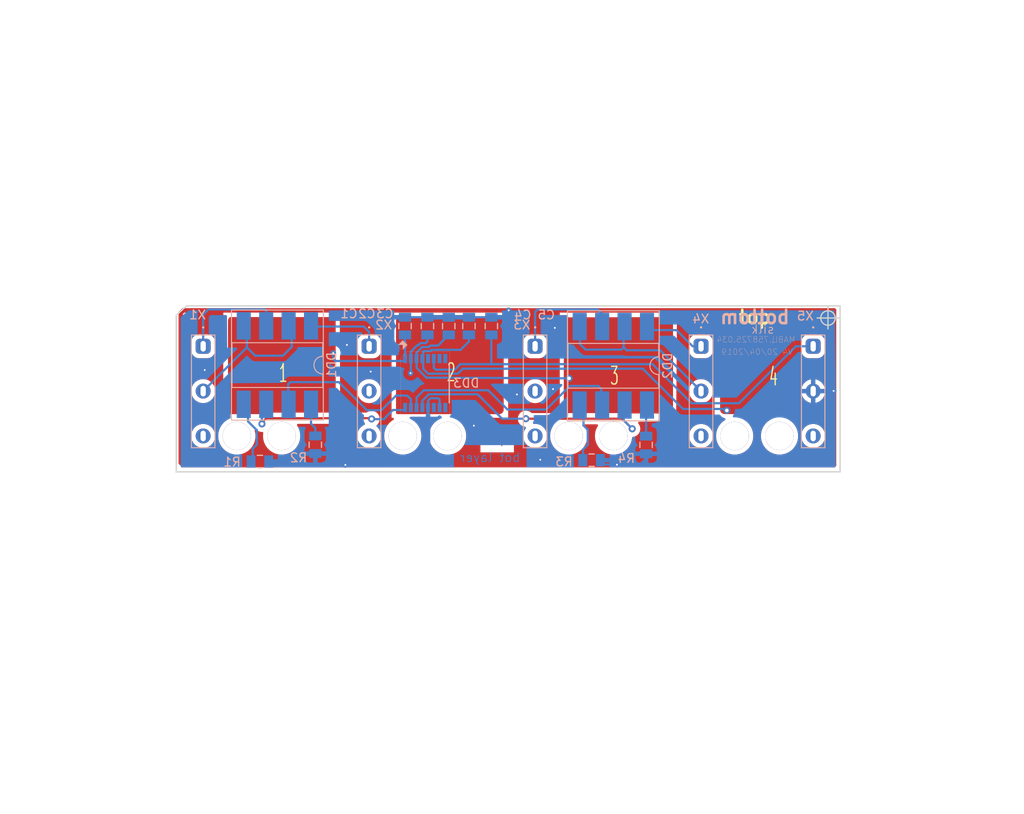
<source format=kicad_pcb>
(kicad_pcb (version 20200628) (host pcbnew "(5.99.0-2385-g7067e42da)")
  (title_block (title "Узел сенсорный") (date "datye") (rev "rев") (company "лотес-тм") (comment 1 "MАВЦ.467291.014") (comment 2 "Михайлов") (comment 3 "Кулешов") (comment 4 "Крысин"))
  (layers (0 "F.Cu" signal) (1 "In1.Cu" signal) (2 "In2.Cu" signal) (3 "In3.Cu" signal) (4 "In4.Cu" signal) (5 "In5.Cu" signal) (6 "In6.Cu" signal) (7 "In7.Cu" signal) (8 "In8.Cu" signal) (9 "In9.Cu" signal) (10 "In10.Cu" signal) (11 "In11.Cu" signal) (12 "In12.Cu" signal) (13 "In13.Cu" signal) (14 "In14.Cu" signal) (15 "In15.Cu" signal) (16 "In16.Cu" signal) (17 "In17.Cu" signal) (18 "In18.Cu" signal) (19 "In19.Cu" signal) (20 "In20.Cu" signal) (21 "In21.Cu" signal) (22 "In22.Cu" signal) (23 "In23.Cu" signal) (24 "In24.Cu" signal) (25 "In25.Cu" signal) (26 "In26.Cu" signal) (27 "In27.Cu" signal) (28 "In28.Cu" signal) (29 "In29.Cu" signal) (30 "In30.Cu" signal) (31 "B.Cu" signal) (34 "B.Paste" user) (35 "F.Paste" user) (36 "B.SilkS" user) (37 "F.SilkS" user) (38 "B.Mask" user) (39 "F.Mask" user) (44 "Edge.Cuts" user))
  (net 0 "")
  (net 1 "Net-(C2-Pad2)")
  (net 2 "Net-(C4-Pad2)")
  (net 3 "Net-(C3-Pad2)")
  (net 4 "Net-(C1-Pad2)")
  (net 5 "Earth")
  (net 6 "+5V")
  (net 7 "Net-(DD1-Pad1)")
  (net 8 "Net-(DD1-Pad5)")
  (net 9 "Net-(DD1-Pad2)")
  (net 10 "Net-(DD1-Pad6)")
  (net 11 "Net-(DD1-Pad3)")
  (net 12 "Net-(DD1-Pad4)")
  (net 13 "Net-(DD1-Pad8)")
  (net 14 "Net-(DD2-Pad8)")
  (net 15 "Net-(DD2-Pad4)")
  (net 16 "Net-(DD2-Pad3)")
  (net 17 "Net-(DD2-Pad6)")
  (net 18 "Net-(DD2-Pad2)")
  (net 19 "Net-(DD2-Pad1)")
  (module "467291014:button_sensor_18mm" (layer "B.Cu") (at 111.252 60.452 180)
    (fp_text reference "X2" (at -1.651 2.413 180) (layer "B.SilkS") (effects (justify mirror)))
    (fp_text value "snp346-5RP21-1_3cont-[LTM][Connectors][СНП346][5]")
    (fp_line (start -1.33 -11.49) (end 1.33 -11.49) (layer "B.SilkS") (width 0.12))
    (fp_line (start -1.33 1.27) (end -1.33 -11.49) (layer "B.SilkS") (width 0.12))
    (fp_line (start 1.33 1.27) (end 1.33 -11.49) (layer "B.SilkS") (width 0.12))
    (fp_line (start -1.33 1.27) (end 1.27 1.27) (layer "B.SilkS") (width 0.12))
    (fp_text user "." (at 0 2.54) (layer "F.SilkS"))
    (fp_text user "." (at 0 2.54) (layer "B.SilkS") (effects (justify mirror)))
    (pad "1" thru_hole roundrect (at 0 0 180) (size 1.7 1.7) (drill oval 0.6 1.2) (layers *.Cu *.Mask) (net 13 "Net-(DD1-Pad8)"))
    (pad "3" thru_hole oval (at 0 -5.08 180) (size 1.7 1.7) (drill oval 0.6 1.2) (layers *.Cu *.Mask) (net 8 "Net-(DD1-Pad5)"))
    (pad "5" thru_hole oval (at 0 -10.16 180) (size 1.7 1.7) (drill oval 0.6 1.2) (layers *.Cu *.Mask))
    (pad "2" thru_hole circle (at -8.89 -10.16 180) (size 3.200001 3.200001) (drill 3.200001) (layers *.Mask "B.Cu"))
    (pad "4" thru_hole circle (at -3.81 -10.16 180) (size 3.2 3.2) (drill 3.2) (layers *.Mask "B.Cu"))
  )
  (module "467291014:button_1x3_P5mm_Vert_longHoles" (layer "B.Cu") (at 161.544 60.452 180)
    (fp_text reference "X5" (at 0.889 3.429) (layer "B.SilkS") (effects (justify mirror)))
    (fp_text value "snp346-5RP21-1_3cont-[LTM][Connectors][СНП346][5]")
    (fp_line (start -1.33 -11.49) (end 1.33 -11.49) (layer "B.SilkS") (width 0.12))
    (fp_line (start -1.33 -1.27) (end -1.33 -11.49) (layer "B.SilkS") (width 0.12))
    (fp_line (start 1.33 -1.27) (end 1.33 -11.49) (layer "B.SilkS") (width 0.12))
    (fp_line (start -1.33 -1.27) (end -1.33 1.27) (layer "B.SilkS") (width 0.12))
    (fp_line (start -1.33 1.27) (end 1.27 1.27) (layer "B.SilkS") (width 0.12))
    (fp_line (start 1.33 1.27) (end 1.33 -1.27) (layer "B.SilkS") (width 0.12))
    (fp_text user "." (at 0 2.54) (layer "F.SilkS"))
    (fp_text user "." (at 0 2.54) (layer "B.SilkS") (effects (justify mirror)))
    (pad "1" thru_hole roundrect (at 0 0 180) (size 1.7 1.7) (drill oval 0.6 1.2) (layers *.Cu *.Mask) (net 6 "+5V"))
    (pad "3" thru_hole oval (at 0 -5.08 180) (size 1.7 1.7) (drill oval 0.6 1.2) (layers *.Cu *.Mask) (net 5 "Earth"))
    (pad "5" thru_hole oval (at 0 -10.16 180) (size 1.7 1.7) (drill oval 0.6 1.2) (layers *.Cu *.Mask))
  )
  (module "467291014:button_sensor_18mm" (layer "B.Cu") (at 92.456 60.452 180)
    (fp_text reference "X1" (at 0.635 3.556) (layer "B.SilkS") (effects (justify mirror)))
    (fp_text value "snp346-5RP21-1_3cont-[LTM][Connectors][СНП346][5]")
    (fp_line (start -1.33 -11.49) (end 1.33 -11.49) (layer "B.SilkS") (width 0.12))
    (fp_line (start -1.33 1.27) (end -1.33 -11.49) (layer "B.SilkS") (width 0.12))
    (fp_line (start 1.33 1.27) (end 1.33 -11.49) (layer "B.SilkS") (width 0.12))
    (fp_line (start -1.33 1.27) (end 1.27 1.27) (layer "B.SilkS") (width 0.12))
    (fp_text user "." (at 0 2.54) (layer "B.SilkS") (effects (justify mirror)))
    (fp_text user "." (at 0 2.54) (layer "B.SilkS") (effects (justify mirror)))
    (pad "1" thru_hole roundrect (at 0 0 180) (size 1.7 1.7) (drill oval 0.6 1.2) (layers *.Cu *.Mask) (net 10 "Net-(DD1-Pad6)"))
    (pad "3" thru_hole oval (at 0 -5.08 180) (size 1.7 1.7) (drill oval 0.6 1.2) (layers *.Cu *.Mask) (net 8 "Net-(DD1-Pad5)"))
    (pad "5" thru_hole oval (at 0 -10.16 180) (size 1.7 1.7) (drill oval 0.6 1.2) (layers *.Cu *.Mask))
    (pad "2" thru_hole circle (at -8.89 -10.16 180) (size 3.2 3.2) (drill 3.2) (layers *.Mask "B.Cu"))
    (pad "4" thru_hole circle (at -3.81 -10.16 180) (size 3.2 3.2) (drill 3.2) (layers *.Mask "B.Cu"))
  )
  (module "467291014:button_sensor_18mm" (layer "B.Cu") (at 130.048 60.452 180)
    (fp_text reference "X3" (at 1.4986 2.413 180) (layer "B.SilkS") (effects (justify mirror)))
    (fp_text value "snp346-5RP21-1_3cont-[LTM][Connectors][СНП346][5]")
    (fp_line (start -1.33 -11.49) (end 1.33 -11.49) (layer "B.SilkS") (width 0.12))
    (fp_line (start -1.33 1.27) (end -1.33 -11.49) (layer "B.SilkS") (width 0.12))
    (fp_line (start 1.33 1.27) (end 1.33 -11.49) (layer "B.SilkS") (width 0.12))
    (fp_line (start -1.33 1.27) (end 1.27 1.27) (layer "B.SilkS") (width 0.12))
    (fp_text user "." (at 0 2.54) (layer "F.SilkS"))
    (fp_text user "." (at 0 2.54) (layer "B.SilkS") (effects (justify mirror)))
    (pad "1" thru_hole roundrect (at 0 0 180) (size 1.7 1.7) (drill oval 0.6 1.2) (layers *.Cu *.Mask) (net 17 "Net-(DD2-Pad6)"))
    (pad "3" thru_hole oval (at 0 -5.08 180) (size 1.7 1.7) (drill oval 0.6 1.2) (layers *.Cu *.Mask) (net 8 "Net-(DD1-Pad5)"))
    (pad "5" thru_hole oval (at 0 -10.16 180) (size 1.7 1.7) (drill oval 0.6 1.2) (layers *.Cu *.Mask))
    (pad "2" thru_hole circle (at -8.89 -10.16 180) (size 3.2 3.2) (drill 3.2) (layers *.Mask "B.Cu"))
    (pad "4" thru_hole circle (at -3.81 -10.16 180) (size 3.2 3.2) (drill 3.2) (layers *.Mask "B.Cu"))
  )
  (module "467291014:button_sensor_18mm" (layer "B.Cu") (at 148.844 60.452 180)
    (fp_text reference "X4" (at 0.0254 3.0988 180) (layer "B.SilkS") (effects (justify mirror)))
    (fp_text value "snp346-5RP21-1_3cont-[LTM][Connectors][СНП346][5]")
    (fp_line (start -1.33 -11.49) (end 1.33 -11.49) (layer "B.SilkS") (width 0.12))
    (fp_line (start -1.33 1.27) (end -1.33 -11.49) (layer "B.SilkS") (width 0.12))
    (fp_line (start 1.33 1.27) (end 1.33 -11.49) (layer "B.SilkS") (width 0.12))
    (fp_line (start -1.33 1.27) (end 1.27 1.27) (layer "B.SilkS") (width 0.12))
    (fp_text user "." (at 0 2.54) (layer "F.SilkS"))
    (fp_text user "." (at 0 2.54) (layer "B.SilkS") (effects (justify mirror)))
    (pad "1" thru_hole roundrect (at 0 0 180) (size 1.7 1.7) (drill oval 0.6 1.2) (layers *.Cu *.Mask) (net 14 "Net-(DD2-Pad8)"))
    (pad "3" thru_hole oval (at 0 -5.08 180) (size 1.7 1.7) (drill oval 0.6 1.2) (layers *.Cu *.Mask) (net 8 "Net-(DD1-Pad5)"))
    (pad "5" thru_hole oval (at 0 -10.16 180) (size 1.7 1.7) (drill oval 0.6 1.2) (layers *.Cu *.Mask))
    (pad "2" thru_hole circle (at -8.89 -10.16 180) (size 3.2 3.2) (drill 3.2) (layers *.Mask "B.Cu"))
    (pad "4" thru_hole circle (at -3.81 -10.16 180) (size 3.2 3.2) (drill 3.2) (layers *.Mask "B.Cu"))
  )
  (module "467291014:[LTM][C][0805][2012M]" (layer "B.Cu") (at 115.316 58.166 -90)
    (fp_text reference "C1" (at -1.397 6.35) (layer "B.SilkS") (effects (justify mirror)))
    (fp_text value "K10-69v-MP0-50V-2012M-30pF-10%-[LTM][Capacitors][К10-69в][0805][2012M][5]" hide)
    (fp_line (start 0.3 0.7) (end -0.3 0.7) (layer "B.SilkS") (width 0.15))
    (fp_line (start -0.3 -0.7) (end 0.3 -0.7) (layer "B.SilkS") (width 0.15))
    (pad "2" smd rect (at 1 0 270) (size 1 1.4) (layers "B.Cu" "B.Paste" "B.Mask") (net 4 "Net-(C1-Pad2)"))
    (pad "1" smd rect (at -1 0 270) (size 1 1.4) (layers "B.Cu" "B.Paste" "B.Mask") (net 5 "Earth"))
  )
  (module "467291014:[LTM][C][0805][2012M]" (layer "B.Cu") (at 117.856 58.166 -90)
    (fp_text reference "C2" (at -1.397 6.858) (layer "B.SilkS") (effects (justify mirror)))
    (fp_text value "K10-69v-MP0-50V-2012M-30pF-10%-[LTM][Capacitors][К10-69в][0805][2012M][5]" hide)
    (fp_line (start -0.3 -0.7) (end 0.3 -0.7) (layer "B.SilkS") (width 0.15))
    (fp_line (start 0.3 0.7) (end -0.3 0.7) (layer "B.SilkS") (width 0.15))
    (pad "1" smd rect (at -1 0 270) (size 1 1.4) (layers "B.Cu" "B.Paste" "B.Mask") (net 5 "Earth"))
    (pad "2" smd rect (at 1 0 270) (size 1 1.4) (layers "B.Cu" "B.Paste" "B.Mask") (net 1 "Net-(C2-Pad2)"))
  )
  (module "467291014:[LTM][C][0805][2012M]" (layer "B.Cu") (at 120.269 58.166 -90)
    (fp_text reference "C3" (at -1.397 7.239) (layer "B.SilkS") (effects (justify mirror)))
    (fp_text value "K10-69v-MP0-50V-2012M-30pF-10%-[LTM][Capacitors][К10-69в][0805][2012M][5]" hide)
    (fp_line (start 0.3 0.7) (end -0.3 0.7) (layer "B.SilkS") (width 0.15))
    (fp_line (start -0.3 -0.7) (end 0.3 -0.7) (layer "B.SilkS") (width 0.15))
    (pad "2" smd rect (at 1 0 270) (size 1 1.4) (layers "B.Cu" "B.Paste" "B.Mask") (net 3 "Net-(C3-Pad2)"))
    (pad "1" smd rect (at -1 0 270) (size 1 1.4) (layers "B.Cu" "B.Paste" "B.Mask") (net 5 "Earth"))
  )
  (module "467291014:[LTM][C][0805][2012M]" (layer "B.Cu") (at 122.555 58.166 -90)
    (fp_text reference "C4" (at -1.27 -6.096) (layer "B.SilkS") (effects (justify mirror)))
    (fp_text value "K10-69v-MP0-50V-2012M-30pF-10%-[LTM][Capacitors][К10-69в][0805][2012M][5]" hide)
    (fp_line (start -0.3 -0.7) (end 0.3 -0.7) (layer "B.SilkS") (width 0.15))
    (fp_line (start 0.3 0.7) (end -0.3 0.7) (layer "B.SilkS") (width 0.15))
    (pad "1" smd rect (at -1 0 270) (size 1 1.4) (layers "B.Cu" "B.Paste" "B.Mask") (net 5 "Earth"))
    (pad "2" smd rect (at 1 0 270) (size 1 1.4) (layers "B.Cu" "B.Paste" "B.Mask") (net 2 "Net-(C4-Pad2)"))
  )
  (module "467291014:[LTM][C][0805][2012M]" (layer "B.Cu") (at 125.095 58.166 -90)
    (fp_text reference "C5" (at -1.27 -6.223) (layer "B.SilkS") (effects (justify mirror)))
    (fp_text value "K10-69v-N90-25V-2012M-0,1uF+80-20%-[LTM][Capacitors][К10-69в][0805][2012M][5]" hide)
    (fp_line (start -0.3 -0.7) (end 0.3 -0.7) (layer "B.SilkS") (width 0.15))
    (fp_line (start 0.3 0.7) (end -0.3 0.7) (layer "B.SilkS") (width 0.15))
    (pad "1" smd rect (at -1 0 270) (size 1 1.4) (layers "B.Cu" "B.Paste" "B.Mask") (net 5 "Earth"))
    (pad "2" smd rect (at 1 0 270) (size 1 1.4) (layers "B.Cu" "B.Paste" "B.Mask") (net 6 "+5V"))
  )
  (module "467291014:DIP-8_W8.89mm_SMDSocket_LongPads" (layer "B.Cu") (at 100.8634 62.5856 90)
    (fp_text reference "DD1" (at 0 6.14 270) (layer "B.SilkS") (effects (justify mirror)))
    (fp_text value "kR293KP3AT-Isolator")
    (fp_line (start -1 5.14) (end -2.535 5.14) (layer "B.SilkS") (width 0.12))
    (fp_line (start -2.535 5.14) (end -2.535 -5.14) (layer "B.SilkS") (width 0.12))
    (fp_line (start -2.535 -5.14) (end 2.535 -5.14) (layer "B.SilkS") (width 0.12))
    (fp_line (start 2.535 -5.14) (end 2.535 5.14) (layer "B.SilkS") (width 0.12))
    (fp_line (start 2.535 5.14) (end 1 5.14) (layer "B.SilkS") (width 0.12))
    (fp_line (start -6.235 5.2) (end -6.235 -5.2) (layer "B.SilkS") (width 0.12))
    (fp_line (start -6.235 -5.2) (end 6.235 -5.2) (layer "B.SilkS") (width 0.12))
    (fp_line (start 6.235 -5.2) (end 6.235 5.2) (layer "B.SilkS") (width 0.12))
    (fp_line (start 6.235 5.2) (end -6.235 5.2) (layer "B.SilkS") (width 0.12))
    (fp_arc (start 0 5.14) (end -1 5.14) (angle 180) (layer "B.SilkS") (width 0.12))
    (pad "1" smd rect (at -4.445 3.81 90) (size 3.1 1.6) (layers "B.Cu" "B.Paste" "B.Mask") (net 7 "Net-(DD1-Pad1)"))
    (pad "5" smd rect (at 4.445 -3.81 90) (size 3.1 1.6) (layers "B.Cu" "B.Paste" "B.Mask") (net 8 "Net-(DD1-Pad5)"))
    (pad "2" smd rect (at -4.445 1.27 90) (size 3.1 1.6) (layers "B.Cu" "B.Paste" "B.Mask") (net 9 "Net-(DD1-Pad2)"))
    (pad "6" smd rect (at 4.445 -1.27 90) (size 3.1 1.6) (layers "B.Cu" "B.Paste" "B.Mask") (net 10 "Net-(DD1-Pad6)"))
    (pad "3" smd rect (at -4.445 -1.27 90) (size 3.1 1.6) (layers "B.Cu" "B.Paste" "B.Mask") (net 11 "Net-(DD1-Pad3)"))
    (pad "7" smd rect (at 4.445 1.27 90) (size 3.1 1.6) (layers "B.Cu" "B.Paste" "B.Mask") (net 8 "Net-(DD1-Pad5)"))
    (pad "4" smd rect (at -4.445 -3.81 90) (size 3.1 1.6) (layers "B.Cu" "B.Paste" "B.Mask") (net 12 "Net-(DD1-Pad4)"))
    (pad "8" smd rect (at 4.445 3.81 90) (size 3.1 1.6) (layers "B.Cu" "B.Paste" "B.Mask") (net 13 "Net-(DD1-Pad8)"))
  )
  (module "467291014:DIP-8_W8.89mm_SMDSocket_LongPads" (layer "B.Cu") (at 138.9126 62.6618 90)
    (fp_text reference "DD2" (at 0 6.14 270) (layer "B.SilkS") (effects (justify mirror)))
    (fp_text value "kR293KP3AT-Isolator")
    (fp_line (start 6.235 5.2) (end -6.235 5.2) (layer "B.SilkS") (width 0.12))
    (fp_line (start 6.235 -5.2) (end 6.235 5.2) (layer "B.SilkS") (width 0.12))
    (fp_line (start -6.235 -5.2) (end 6.235 -5.2) (layer "B.SilkS") (width 0.12))
    (fp_line (start -6.235 5.2) (end -6.235 -5.2) (layer "B.SilkS") (width 0.12))
    (fp_line (start 2.535 5.14) (end 1 5.14) (layer "B.SilkS") (width 0.12))
    (fp_line (start 2.535 -5.14) (end 2.535 5.14) (layer "B.SilkS") (width 0.12))
    (fp_line (start -2.535 -5.14) (end 2.535 -5.14) (layer "B.SilkS") (width 0.12))
    (fp_line (start -2.535 5.14) (end -2.535 -5.14) (layer "B.SilkS") (width 0.12))
    (fp_line (start -1 5.14) (end -2.535 5.14) (layer "B.SilkS") (width 0.12))
    (fp_arc (start 0 5.14) (end -1 5.14) (angle 180) (layer "B.SilkS") (width 0.12))
    (pad "8" smd rect (at 4.445 3.81 90) (size 3.1 1.6) (layers "B.Cu" "B.Paste" "B.Mask") (net 14 "Net-(DD2-Pad8)"))
    (pad "4" smd rect (at -4.445 -3.81 90) (size 3.1 1.6) (layers "B.Cu" "B.Paste" "B.Mask") (net 15 "Net-(DD2-Pad4)"))
    (pad "7" smd rect (at 4.445 1.27 90) (size 3.1 1.6) (layers "B.Cu" "B.Paste" "B.Mask") (net 8 "Net-(DD1-Pad5)"))
    (pad "3" smd rect (at -4.445 -1.27 90) (size 3.1 1.6) (layers "B.Cu" "B.Paste" "B.Mask") (net 16 "Net-(DD2-Pad3)"))
    (pad "6" smd rect (at 4.445 -1.27 90) (size 3.1 1.6) (layers "B.Cu" "B.Paste" "B.Mask") (net 17 "Net-(DD2-Pad6)"))
    (pad "2" smd rect (at -4.445 1.27 90) (size 3.1 1.6) (layers "B.Cu" "B.Paste" "B.Mask") (net 18 "Net-(DD2-Pad2)"))
    (pad "5" smd rect (at 4.445 -3.81 90) (size 3.1 1.6) (layers "B.Cu" "B.Paste" "B.Mask") (net 8 "Net-(DD1-Pad5)"))
    (pad "1" smd rect (at -4.445 3.81 90) (size 3.1 1.6) (layers "B.Cu" "B.Paste" "B.Mask") (net 19 "Net-(DD2-Pad1)"))
  )
  (module "467291014:HTSSOP-16-1EP_4x5mm" (layer "B.Cu") (at 117.602 64.6176 -90)
    (fp_text reference "DD3" (at 0 -4.6482 180) (layer "B.SilkS") (effects (justify mirror)))
    (fp_text value "kikadtest1-cache_TP224_Sensor-kikadtest1-cache")
    (fp_poly (pts (xy -3.81 2.54) (xy -4.318 2.54) (xy -4.318 3.048) (xy -4.826 2.54) (xy -4.318 2.032)) (layer "B.SilkS") (width 0.014))
    (fp_circle (center -4.318 2.54) (end -3.81 2.54) (layer "B.SilkS") (width 0.014))
    (fp_line (start -2.25 -2.725) (end 2.25 -2.725) (layer "B.SilkS") (width 0.15))
    (fp_line (start 2.286 2.794) (end 3.556 2.794) (layer "B.SilkS") (width 0.014))
    (fp_line (start 3.556 2.794) (end 3.556 -2.794) (layer "B.SilkS") (width 0.014))
    (fp_line (start 3.556 -2.794) (end -3.556 -2.794) (layer "B.SilkS") (width 0.014))
    (fp_line (start -3.556 -2.794) (end -3.556 2.032) (layer "B.SilkS") (width 0.014))
    (fp_line (start -3.556 2.032) (end -2.794 2.794) (layer "B.SilkS") (width 0.014))
    (fp_line (start -2.794 2.794) (end 2.286 2.794) (layer "B.SilkS") (width 0.014))
    (pad "16" smd rect (at 2.775 2.275 270) (size 1.05 0.45) (layers "B.Cu" "B.Paste" "B.Mask") (net 11 "Net-(DD1-Pad3)"))
    (pad "15" smd rect (at 2.775 1.625 270) (size 1.05 0.45) (layers "B.Cu" "B.Paste" "B.Mask") (net 9 "Net-(DD1-Pad2)"))
    (pad "14" smd rect (at 2.775 0.975 270) (size 1.05 0.45) (layers "B.Cu" "B.Paste" "B.Mask") (net 16 "Net-(DD2-Pad3)"))
    (pad "13" smd rect (at 2.775 0.325 270) (size 1.05 0.45) (layers "B.Cu" "B.Paste" "B.Mask") (net 18 "Net-(DD2-Pad2)"))
    (pad "12" smd rect (at 2.775 -0.325 270) (size 1.05 0.45) (layers "B.Cu" "B.Paste" "B.Mask") (net 5 "Earth"))
    (pad "11" smd rect (at 2.775 -0.975 270) (size 1.05 0.45) (layers "B.Cu" "B.Paste" "B.Mask"))
    (pad "10" smd rect (at 2.775 -1.625 270) (size 1.05 0.45) (layers "B.Cu" "B.Paste" "B.Mask") (net 5 "Earth"))
    (pad "9" smd rect (at 2.775 -2.275 270) (size 1.05 0.45) (layers "B.Cu" "B.Paste" "B.Mask"))
    (pad "8" smd rect (at -2.775 -2.275 270) (size 1.05 0.45) (layers "B.Cu" "B.Paste" "B.Mask"))
    (pad "7" smd rect (at -2.775 -1.625 270) (size 1.05 0.45) (layers "B.Cu" "B.Paste" "B.Mask"))
    (pad "6" smd rect (at -2.775 -0.975 270) (size 1.05 0.45) (layers "B.Cu" "B.Paste" "B.Mask") (net 6 "+5V"))
    (pad "5" smd rect (at -2.775 -0.325 270) (size 1.05 0.45) (layers "B.Cu" "B.Paste" "B.Mask"))
    (pad "4" smd rect (at -2.775 0.325 270) (size 1.05 0.45) (layers "B.Cu" "B.Paste" "B.Mask") (net 2 "Net-(C4-Pad2)"))
    (pad "3" smd rect (at -2.775 0.975 270) (size 1.05 0.45) (layers "B.Cu" "B.Paste" "B.Mask") (net 3 "Net-(C3-Pad2)"))
    (pad "2" smd rect (at -2.775 1.625 270) (size 1.05 0.45) (layers "B.Cu" "B.Paste" "B.Mask") (net 1 "Net-(C2-Pad2)"))
    (pad "1" smd rect (at -2.775 2.275 270) (size 1.05 0.45) (layers "B.Cu" "B.Paste" "B.Mask") (net 4 "Net-(C1-Pad2)"))
  )
  (module "467291014:[LTM][R][0805][2012M]" (layer "B.Cu") (at 98.8822 73.5076 180)
    (fp_text reference "R1" (at 3.1496 -0.0508) (layer "B.SilkS") (effects (justify mirror)))
    (fp_text value "R1-12-0,125-820Ohm-5%-M-[LTM][Resistors][R112][0805][2012M][5]" hide)
    (fp_line (start -0.3 0.7) (end 0.3 0.7) (layer "B.SilkS") (width 0.15))
    (fp_line (start 0.3 -0.7) (end -0.3 -0.7) (layer "B.SilkS") (width 0.15))
    (pad "1" smd rect (at -1 0 180) (size 1 1.4) (layers "B.Cu" "B.Paste" "B.Mask") (net 5 "Earth"))
    (pad "2" smd rect (at 1 0 180) (size 1 1.4) (layers "B.Cu" "B.Paste" "B.Mask") (net 12 "Net-(DD1-Pad4)"))
  )
  (module "467291014:[LTM][R][0805][2012M]" (layer "B.Cu") (at 105.156 71.6026 90)
    (fp_text reference "R2" (at -1.4732 -1.905 180) (layer "B.SilkS") (effects (justify mirror)))
    (fp_text value "R1-12-0,125-820Ohm-5%-M-[LTM][Resistors][R112][0805][2012M][5]" hide)
    (fp_line (start 0.3 -0.7) (end -0.3 -0.7) (layer "B.SilkS") (width 0.15))
    (fp_line (start -0.3 0.7) (end 0.3 0.7) (layer "B.SilkS") (width 0.15))
    (pad "2" smd rect (at 1 0 90) (size 1 1.4) (layers "B.Cu" "B.Paste" "B.Mask") (net 7 "Net-(DD1-Pad1)"))
    (pad "1" smd rect (at -1 0 90) (size 1 1.4) (layers "B.Cu" "B.Paste" "B.Mask") (net 5 "Earth"))
  )
  (module "467291014:[LTM][R][0805][2012M]" (layer "B.Cu") (at 136.4488 73.3552 180)
    (fp_text reference "R3" (at 3.1242 -0.1778) (layer "B.SilkS") (effects (justify mirror)))
    (fp_text value "R1-12-0,125-820Ohm-5%-M-[LTM][Resistors][R112][0805][2012M][5]" hide)
    (fp_line (start -0.3 0.7) (end 0.3 0.7) (layer "B.SilkS") (width 0.15))
    (fp_line (start 0.3 -0.7) (end -0.3 -0.7) (layer "B.SilkS") (width 0.15))
    (pad "1" smd rect (at -1 0 180) (size 1 1.4) (layers "B.Cu" "B.Paste" "B.Mask") (net 5 "Earth"))
    (pad "2" smd rect (at 1 0 180) (size 1 1.4) (layers "B.Cu" "B.Paste" "B.Mask") (net 15 "Net-(DD2-Pad4)"))
  )
  (module "467291014:[LTM][R][0805][2012M]" (layer "B.Cu") (at 142.621 71.628 90)
    (fp_text reference "R4" (at -1.524 -2.2352) (layer "B.SilkS") (effects (justify mirror)))
    (fp_text value "R1-12-0,125-820Ohm-5%-M-[LTM][Resistors][R112][0805][2012M][5]" hide)
    (fp_line (start 0.3 -0.7) (end -0.3 -0.7) (layer "B.SilkS") (width 0.15))
    (fp_line (start -0.3 0.7) (end 0.3 0.7) (layer "B.SilkS") (width 0.15))
    (pad "2" smd rect (at 1 0 90) (size 1 1.4) (layers "B.Cu" "B.Paste" "B.Mask") (net 19 "Net-(DD2-Pad1)"))
    (pad "1" smd rect (at -1 0 90) (size 1 1.4) (layers "B.Cu" "B.Paste" "B.Mask") (net 5 "Earth"))
  )
  (gr_text "4" (at 157.0482 63.9064) (layer "F.SilkS") (effects (font (size 2 1))))
  (gr_text "3" (at 139.0396 63.8048) (layer "F.SilkS") (effects (font (size 2 1))))
  (gr_text "2" (at 120.5484 63.4238) (layer "F.SilkS") (effects (font (size 2 1))))
  (gr_text "1" (at 101.5238 63.5) (layer "F.SilkS") (effects (font (size 2 1))))
  (target plus (at 163.2204 57.2516) (size 2.46) (width 0.15) (layer "Edge.Cuts"))
  (gr_line (start 90.5764 55.88) (end 89.408 56.9468) (layer "Edge.Cuts") (width 0.15))
  (gr_text "silk" (at 155.829 58.5216) (layer "B.SilkS") (effects (font (size 1 1) (thickness 0.1)) (justify mirror)))
  (gr_text "bot layer" (at 124.968 73.0504) (layer "B.Cu") (effects (font (size 1 1) (thickness 0.1)) (justify mirror)))
  (gr_text "top" (at 125.7554 70.9422) (layer "F.Cu") (effects (font (size 1 1) (thickness 0.1))))
  (gr_text "top" (at 154.94 57.15) (layer "F.SilkS") (effects (font (size 1.5 1.5) (thickness 0.3))))
  (gr_text "bottom" (at 154.94 57.15) (layer "B.SilkS") (effects (font (size 1.5 1.5) (thickness 0.3)) (justify mirror)))
  (gr_text " V4 20/04/2019" (at 155.448 61.087) (layer "B.SilkS") (effects (font (size 0.658 0.658) (thickness 0.03)) (justify mirror)))
  (gr_text "МАВЦ.758725.034" (at 155.067 59.69) (layer "B.SilkS") (effects (font (size 0.658 0.658) (thickness 0.03)) (justify mirror)))
  (gr_line (start 89.408 56.9468) (end 89.408 74.7268) (layer "Edge.Cuts") (width 0.15))
  (gr_line (start 164.592 74.676) (end 89.408 74.676) (layer "Edge.Cuts") (width 0.15))
  (gr_line (start 164.592 55.88) (end 164.592 74.676) (layer "Edge.Cuts") (width 0.15))
  (gr_line (start 90.5764 55.88) (end 164.592 55.88) (layer "Edge.Cuts") (width 0.15))
  (via (at 115.951 63.5) (size 0.635) (drill 0.2032) (layers "F.Cu" "B.Cu") (net 1))
  (segment (start 117.856 59.166) (end 117.656 59.166) (width 0.25) (layer "B.Cu") (net 1))
  (segment (start 115.977 63.474) (end 115.951 63.5) (width 0.25) (layer "B.Cu") (net 1))
  (segment (start 115.977 62.122) (end 115.977 63.474) (width 0.25) (layer "B.Cu") (net 1))
  (segment (start 117.856 59.8932) (end 117.856 59.166) (width 0.25) (layer "B.Cu") (net 1))
  (segment (start 117.656622 60.092577) (end 117.856 59.8932) (width 0.25) (layer "B.Cu") (net 1))
  (segment (start 117.069199 60.092577) (end 117.656622 60.092577) (width 0.25) (layer "B.Cu") (net 1))
  (segment (start 115.977 61.8426) (end 115.977 61.061) (width 0.25) (layer "B.Cu") (net 1))
  (segment (start 115.977 61.061) (end 116.6876 60.3504) (width 0.25) (layer "B.Cu") (net 1))
  (segment (start 116.6876 60.3504) (end 116.811376 60.3504) (width 0.25) (layer "B.Cu") (net 1))
  (segment (start 116.811376 60.3504) (end 117.069199 60.092577) (width 0.25) (layer "B.Cu") (net 1))
  (segment (start 122.555 59.166) (end 122.355 59.166) (width 0.25) (layer "B.Cu") (net 2))
  (via (at 151.765 67.7164) (size 0.8) (drill 0.4) (layers "F.Cu" "B.Cu") (net 2))
  (segment (start 117.441999 60.992599) (end 118.207222 60.992599) (width 0.25) (layer "B.Cu") (net 2))
  (segment (start 118.207222 60.992599) (end 118.341421 60.8584) (width 0.25) (layer "B.Cu") (net 2))
  (segment (start 122.555 59.916) (end 122.555 59.166) (width 0.25) (layer "B.Cu") (net 2))
  (segment (start 117.376999 61.057599) (end 117.441999 60.992599) (width 0.25) (layer "B.Cu") (net 2))
  (segment (start 118.341421 60.8584) (end 121.6126 60.8584) (width 0.25) (layer "B.Cu") (net 2))
  (segment (start 121.6126 60.8584) (end 122.555 59.916) (width 0.25) (layer "B.Cu") (net 2))
  (segment (start 117.376999 62.996999) (end 117.376999 61.057599) (width 0.25) (layer "B.Cu") (net 2))
  (segment (start 117.937989 63.557989) (end 117.376999 62.996999) (width 0.25) (layer "B.Cu") (net 2))
  (segment (start 121.86201 62.992) (end 121.296021 63.557989) (width 0.25) (layer "B.Cu") (net 2))
  (segment (start 142.24 62.992) (end 121.86201 62.992) (width 0.25) (layer "B.Cu") (net 2))
  (segment (start 146.80041 67.55241) (end 142.24 62.992) (width 0.25) (layer "B.Cu") (net 2))
  (segment (start 151.7396 67.55241) (end 146.80041 67.55241) (width 0.25) (layer "B.Cu") (net 2))
  (segment (start 121.296021 63.557989) (end 117.937989 63.557989) (width 0.25) (layer "B.Cu") (net 2))
  (segment (start 120.269 59.166) (end 120.069 59.166) (width 0.25) (layer "B.Cu") (net 3))
  (via (at 133.9088 64.0842) (size 0.8) (drill 0.4) (layers "F.Cu" "B.Cu") (net 3))
  (segment (start 117.738 64.008) (end 133.9088 64.0842) (width 0.25) (layer "B.Cu") (net 3))
  (segment (start 116.627 62.122) (end 116.627 62.897) (width 0.25) (layer "B.Cu") (net 3))
  (segment (start 116.627 62.897) (end 117.738 64.008) (width 0.25) (layer "B.Cu") (net 3))
  (segment (start 118.020822 60.542588) (end 118.187611 60.3758) (width 0.25) (layer "B.Cu") (net 3))
  (segment (start 119.0592 60.3758) (end 120.269 59.166) (width 0.25) (layer "B.Cu") (net 3))
  (segment (start 116.627 61.8426) (end 116.627 61.171187) (width 0.25) (layer "B.Cu") (net 3))
  (segment (start 117.255599 60.542588) (end 118.020822 60.542588) (width 0.25) (layer "B.Cu") (net 3))
  (segment (start 116.627 61.171187) (end 117.255599 60.542588) (width 0.25) (layer "B.Cu") (net 3))
  (segment (start 118.187611 60.3758) (end 119.0592 60.3758) (width 0.25) (layer "B.Cu") (net 3))
  (via (at 107.188 61.214) (size 0.635) (drill 0.2032) (layers "F.Cu" "B.Cu") (net 4))
  (segment (start 115.316 62.111) (end 115.327 62.122) (width 0.25) (layer "B.Cu") (net 4))
  (segment (start 115.316 59.166) (end 115.316 62.111) (width 0.25) (layer "B.Cu") (net 4))
  (segment (start 107.188 61.887) (end 107.188 61.214) (width 0.25) (layer "B.Cu") (net 4))
  (segment (start 115.327 62.122) (end 107.423 62.122) (width 0.25) (layer "B.Cu") (net 4))
  (segment (start 107.423 62.122) (end 107.188 61.887) (width 0.25) (layer "B.Cu") (net 4))
  (via (at 127.053994 56.388) (size 0.635) (drill 0.2032) (layers "F.Cu" "B.Cu") (net 5))
  (segment (start 108.484997 56.414997) (end 108.458 56.388) (width 0.25) (layer "F.Cu") (net 5))
  (segment (start 116.266 57.166) (end 117.856 57.166) (width 0.25) (layer "B.Cu") (net 5))
  (segment (start 115.316 57.166) (end 116.266 57.166) (width 0.25) (layer "B.Cu") (net 5))
  (segment (start 117.856 57.166) (end 125.095 57.166) (width 0.25) (layer "B.Cu") (net 5))
  (segment (start 126.275994 57.166) (end 127.053994 56.388) (width 0.25) (layer "B.Cu") (net 5))
  (segment (start 125.095 57.166) (end 126.275994 57.166) (width 0.25) (layer "B.Cu") (net 5))
  (via (at 108.5596 73.8886) (size 0.635) (drill 0.2032) (layers "F.Cu" "B.Cu") (net 5))
  (segment (start 90.220172 56.388) (end 108.458 56.388) (width 0.5) (layer "F.Cu") (net 5))
  (segment (start 89.916 56.692172) (end 90.220172 56.388) (width 0.5) (layer "F.Cu") (net 5))
  (segment (start 89.916 73.6346) (end 89.916 56.692172) (width 0.5) (layer "F.Cu") (net 5))
  (segment (start 112.5982 73.8886) (end 90.17 73.8886) (width 0.5) (layer "F.Cu") (net 5))
  (segment (start 90.17 73.8886) (end 89.916 73.6346) (width 0.5) (layer "F.Cu") (net 5))
  (segment (start 112.4966 73.8632) (end 112.4712 73.8886) (width 0.25) (layer "F.Cu") (net 5))
  (via (at 139.319 73.8632) (size 0.635) (drill 0.2032) (layers "F.Cu" "B.Cu") (net 5))
  (segment (start 141.9098 73.8632) (end 143.129 72.644) (width 0.25) (layer "B.Cu") (net 5))
  (segment (start 139.4112 73.8632) (end 141.9098 73.8632) (width 0.5) (layer "B.Cu") (net 5))
  (segment (start 137.668 73.406) (end 137.6934 73.4314) (width 0.25) (layer "B.Cu") (net 5))
  (segment (start 145.12921 73.8632) (end 145.0086 73.8632) (width 0.25) (layer "F.Cu") (net 5))
  (segment (start 145.0086 73.8632) (end 112.4966 73.8632) (width 0.5) (layer "F.Cu") (net 5))
  (via (at 163.8554 65.5066) (size 0.635) (drill 0.2032) (layers "F.Cu" "B.Cu") (net 5))
  (segment (start 145.034 73.8886) (end 145.0086 73.8632) (width 0.25) (layer "F.Cu") (net 5))
  (segment (start 163.9062 73.8886) (end 145.034 73.8886) (width 0.5) (layer "F.Cu") (net 5))
  (segment (start 108.458 56.388) (end 163.9062 56.388) (width 0.5) (layer "F.Cu") (net 5))
  (segment (start 163.9062 56.388) (end 163.9062 73.8886) (width 0.5) (layer "F.Cu") (net 5))
  (segment (start 163.83 65.532) (end 163.8554 65.5066) (width 0.25) (layer "B.Cu") (net 5))
  (segment (start 161.544 65.532) (end 163.83 65.532) (width 0.25) (layer "B.Cu") (net 5))
  (segment (start 105.156 73.8378) (end 105.2068 73.8886) (width 0.25) (layer "B.Cu") (net 5))
  (segment (start 105.156 72.501) (end 105.156 73.8378) (width 0.25) (layer "B.Cu") (net 5))
  (segment (start 137.6934 73.8378) (end 139.319 73.8632) (width 0.25) (layer "B.Cu") (net 5))
  (segment (start 119.227 66.4966) (end 119.227 67.3926) (width 0.25) (layer "B.Cu") (net 5))
  (segment (start 117.927 67.3926) (end 117.927 66.60541) (width 0.25) (layer "B.Cu") (net 5))
  (segment (start 119.06801 66.33761) (end 119.227 66.4966) (width 0.25) (layer "B.Cu") (net 5))
  (segment (start 118.1948 66.33761) (end 119.06801 66.33761) (width 0.25) (layer "B.Cu") (net 5))
  (segment (start 117.927 66.60541) (end 118.1948 66.33761) (width 0.25) (layer "B.Cu") (net 5))
  (segment (start 117.927 67.3926) (end 117.927 68.1176) (width 0.25) (layer "B.Cu") (net 5))
  (segment (start 117.927 68.255) (end 117.9322 68.2498) (width 0.5) (layer "B.Cu") (net 5))
  (segment (start 117.927 68.255) (end 117.927 68.1176) (width 0.25) (layer "B.Cu") (net 5))
  (segment (start 99.7966 73.8886) (end 117.9322 73.8632) (width 0.5) (layer "B.Cu") (net 5))
  (segment (start 117.927 73.858) (end 117.927 68.255) (width 0.5) (layer "B.Cu") (net 5))
  (segment (start 117.9322 73.8632) (end 117.927 73.858) (width 0.5) (layer "B.Cu") (net 5))
  (via (at 132.2832 58.3692) (size 0.635) (drill 0.2032) (layers "F.Cu" "B.Cu") (net 5))
  (via (at 123.1138 69.4436) (size 0.635) (drill 0.2032) (layers "F.Cu" "B.Cu") (net 5))
  (via (at 130.6322 73.3044) (size 0.635) (drill 0.2032) (layers "F.Cu" "B.Cu") (net 5))
  (via (at 92.6338 63.1444) (size 0.635) (drill 0.2032) (layers "F.Cu" "B.Cu") (net 5))
  (via (at 111.4298 63.3222) (size 0.635) (drill 0.2032) (layers "F.Cu" "B.Cu") (net 5))
  (via (at 108.7374 60.2996) (size 0.635) (drill 0.2032) (layers "F.Cu" "B.Cu") (net 5))
  (via (at 127.9906 65.913) (size 0.635) (drill 0.2032) (layers "F.Cu" "B.Cu") (net 5))
  (via (at 132.08 65.3034) (size 0.635) (drill 0.2032) (layers "F.Cu" "B.Cu") (net 5))
  (segment (start 125.095 59.166) (end 124.895 59.166) (width 0.25) (layer "B.Cu") (net 6))
  (segment (start 120.953022 63.107978) (end 118.787978 63.107978) (width 0.25) (layer "B.Cu") (net 6))
  (segment (start 118.577 62.897) (end 118.577 62.122) (width 0.25) (layer "B.Cu") (net 6))
  (segment (start 118.787978 63.107978) (end 118.577 62.897) (width 0.25) (layer "B.Cu") (net 6))
  (segment (start 126.111 62.484) (end 121.577 62.484) (width 0.25) (layer "B.Cu") (net 6))
  (segment (start 121.577 62.484) (end 120.953022 63.107978) (width 0.25) (layer "B.Cu") (net 6))
  (segment (start 125.095 62.484) (end 125.095 59.166) (width 0.25) (layer "B.Cu") (net 6))
  (segment (start 126.111 62.484) (end 125.095 62.484) (width 0.25) (layer "B.Cu") (net 6))
  (segment (start 152.7302 66.9036) (end 149.1996 66.9036) (width 0.25) (layer "B.Cu") (net 6))
  (segment (start 143.3576 62.484) (end 126.111 62.484) (width 0.25) (layer "B.Cu") (net 6))
  (segment (start 149.352 66.9036) (end 147.7772 66.9036) (width 0.25) (layer "B.Cu") (net 6))
  (segment (start 147.7772 66.9036) (end 143.3576 62.484) (width 0.25) (layer "B.Cu") (net 6))
  (segment (start 153.1366 66.9036) (end 152.7556 66.9036) (width 0.25) (layer "B.Cu") (net 6))
  (segment (start 161.544 60.452) (end 159.5882 60.452) (width 0.25) (layer "B.Cu") (net 6))
  (segment (start 159.5882 60.452) (end 153.1366 66.9036) (width 0.25) (layer "B.Cu") (net 6))
  (segment (start 105.156 70.6026) (end 105.156 69.723) (width 0.25) (layer "B.Cu") (net 7))
  (segment (start 104.6734 69.2404) (end 104.6734 67.1068) (width 0.25) (layer "B.Cu") (net 7))
  (segment (start 105.156 69.723) (end 104.6734 69.2404) (width 0.25) (layer "B.Cu") (net 7))
  (segment (start 97.409 60.579) (end 97.409 58.293) (width 0.25) (layer "B.Cu") (net 8))
  (segment (start 92.456 65.532) (end 97.409 60.579) (width 0.25) (layer "B.Cu") (net 8))
  (segment (start 140.081 58.674) (end 140.462 58.293) (width 0.25) (layer "B.Cu") (net 8))
  (segment (start 140.081 60.071) (end 140.081 58.674) (width 0.25) (layer "B.Cu") (net 8))
  (segment (start 140.081 60.071) (end 140.081 60.579) (width 0.25) (layer "B.Cu") (net 8))
  (segment (start 139.827 60.833) (end 140.081 60.579) (width 0.25) (layer "B.Cu") (net 8))
  (segment (start 135.763 60.833) (end 139.827 60.833) (width 0.25) (layer "B.Cu") (net 8))
  (segment (start 135.128 60.198) (end 135.763 60.833) (width 0.25) (layer "B.Cu") (net 8))
  (segment (start 135.382 58.293) (end 135.128 58.547) (width 0.25) (layer "B.Cu") (net 8))
  (segment (start 135.128 58.547) (end 135.128 60.198) (width 0.25) (layer "B.Cu") (net 8))
  (segment (start 102.489 60.067) (end 102.489 58.547) (width 0.25) (layer "B.Cu") (net 8))
  (segment (start 102.489 60.521011) (end 102.489 60.067) (width 0.25) (layer "B.Cu") (net 8))
  (segment (start 101.491211 61.5188) (end 102.489 60.521011) (width 0.25) (layer "B.Cu") (net 8))
  (segment (start 97.409 60.579) (end 98.3488 61.5188) (width 0.25) (layer "B.Cu") (net 8))
  (segment (start 98.3488 61.5188) (end 101.491211 61.5188) (width 0.25) (layer "B.Cu") (net 8))
  (segment (start 144.214011 60.902011) (end 148.844 65.532) (width 0.25) (layer "B.Cu") (net 8))
  (segment (start 140.081 60.579) (end 140.404011 60.902011) (width 0.25) (layer "B.Cu") (net 8))
  (segment (start 140.404011 60.902011) (end 144.214011 60.902011) (width 0.25) (layer "B.Cu") (net 8))
  (segment (start 102.0826 64.7446) (end 102.3112 64.516) (width 0.25) (layer "B.Cu") (net 9))
  (segment (start 107.82441 64.516) (end 108.712 65.40359) (width 0.25) (layer "B.Cu") (net 9))
  (segment (start 112.649 67.691) (end 114.3 66.04) (width 0.25) (layer "B.Cu") (net 9))
  (segment (start 102.3112 64.516) (end 107.82441 64.516) (width 0.25) (layer "B.Cu") (net 9))
  (segment (start 110.998 67.691) (end 112.649 67.691) (width 0.25) (layer "B.Cu") (net 9))
  (segment (start 102.1334 67.1068) (end 102.0826 67.056) (width 0.25) (layer "B.Cu") (net 9))
  (segment (start 102.0826 67.056) (end 102.0826 64.7446) (width 0.25) (layer "B.Cu") (net 9))
  (segment (start 115.57 66.04) (end 115.977 66.447) (width 0.25) (layer "B.Cu") (net 9))
  (segment (start 115.977 66.447) (end 115.977 67.672) (width 0.25) (layer "B.Cu") (net 9))
  (segment (start 108.712 65.40359) (end 108.712 65.405) (width 0.25) (layer "B.Cu") (net 9))
  (segment (start 108.712 65.405) (end 110.998 67.691) (width 0.25) (layer "B.Cu") (net 9))
  (segment (start 114.3 66.04) (end 115.57 66.04) (width 0.25) (layer "B.Cu") (net 9))
  (segment (start 93.04659 56.28001) (end 92.456 56.8706) (width 0.25) (layer "B.Cu") (net 10))
  (segment (start 99.45661 56.28001) (end 93.04659 56.28001) (width 0.25) (layer "B.Cu") (net 10))
  (segment (start 99.5934 58.2168) (end 99.5934 56.4168) (width 0.25) (layer "B.Cu") (net 10))
  (segment (start 92.456 56.8706) (end 92.456 60.452) (width 0.25) (layer "B.Cu") (net 10))
  (segment (start 99.5934 56.4168) (end 99.45661 56.28001) (width 0.25) (layer "B.Cu") (net 10))
  (segment (start 113.157 68.453) (end 113.938 67.672) (width 0.25) (layer "B.Cu") (net 11))
  (segment (start 113.938 67.672) (end 115.327 67.672) (width 0.25) (layer "B.Cu") (net 11))
  (via (at 111.5314 68.6816) (size 0.8) (drill 0.4) (layers "F.Cu" "B.Cu") (net 11))
  (via (at 99.1108 69.2404) (size 0.8) (drill 0.4) (layers "F.Cu" "B.Cu") (net 11))
  (segment (start 99.1108 67.5894) (end 99.5934 67.1068) (width 0.25) (layer "B.Cu") (net 11))
  (segment (start 99.1108 69.2404) (end 99.1108 67.5894) (width 0.25) (layer "B.Cu") (net 11))
  (segment (start 112.9284 68.707) (end 113.157 68.4784) (width 0.25) (layer "B.Cu") (net 11))
  (segment (start 111.5568 68.707) (end 112.9284 68.707) (width 0.25) (layer "B.Cu") (net 11))
  (segment (start 100.3808 68.6054) (end 99.623002 68.6054) (width 0.25) (layer "F.Cu") (net 11))
  (segment (start 99.6188 68.6054) (end 99.2124 69.0118) (width 0.25) (layer "F.Cu") (net 11))
  (segment (start 111.515601 68.600001) (end 100.4062 68.6054) (width 0.25) (layer "F.Cu") (net 11))
  (segment (start 97.536 68.961) (end 97.536 67.437) (width 0.25) (layer "B.Cu") (net 12))
  (segment (start 98.5266 69.9516) (end 97.536 68.961) (width 0.25) (layer "B.Cu") (net 12))
  (segment (start 98.5266 71.6026) (end 98.5266 69.9516) (width 0.25) (layer "B.Cu") (net 12))
  (segment (start 97.9076 73.3552) (end 98.0694 73.1934) (width 0.25) (layer "B.Cu") (net 12))
  (segment (start 98.0694 72.0598) (end 98.5266 71.6026) (width 0.25) (layer "B.Cu") (net 12))
  (segment (start 98.0694 73.1934) (end 98.0694 72.0598) (width 0.25) (layer "B.Cu") (net 12))
  (segment (start 104.6734 58.2168) (end 110.6424 58.2168) (width 0.25) (layer "B.Cu") (net 13))
  (segment (start 111.252 58.8264) (end 111.252 60.452) (width 0.25) (layer "B.Cu") (net 13))
  (segment (start 110.6424 58.2168) (end 111.252 58.8264) (width 0.25) (layer "B.Cu") (net 13))
  (segment (start 147.894 60.452) (end 148.844 60.452) (width 0.25) (layer "B.Cu") (net 14))
  (segment (start 142.6718 58.6232) (end 146.0652 58.6232) (width 0.25) (layer "B.Cu") (net 14))
  (segment (start 146.0652 58.6232) (end 147.894 60.452) (width 0.25) (layer "B.Cu") (net 14))
  (segment (start 135.4742 73.3298) (end 135.4742 72.1454) (width 0.25) (layer "B.Cu") (net 15))
  (segment (start 135.4742 72.1454) (end 136.017 71.6026) (width 0.25) (layer "B.Cu") (net 15))
  (segment (start 136.017 71.6026) (end 136.017 69.9008) (width 0.25) (layer "B.Cu") (net 15))
  (segment (start 135.5344 69.4182) (end 135.513202 69.4182) (width 0.25) (layer "B.Cu") (net 15))
  (segment (start 136.017 69.9008) (end 135.5344 69.4182) (width 0.25) (layer "B.Cu") (net 15))
  (segment (start 135.5344 67.9704) (end 135.001 67.437) (width 0.25) (layer "B.Cu") (net 15))
  (segment (start 135.5344 69.4182) (end 135.5344 67.9704) (width 0.25) (layer "B.Cu") (net 15))
  (segment (start 131.318 67.6148) (end 126.9238 67.6148) (width 0.25) (layer "B.Cu") (net 16))
  (segment (start 133.985 64.9478) (end 131.318 67.6148) (width 0.25) (layer "B.Cu") (net 16))
  (segment (start 126.9238 67.6148) (end 124.746589 65.437589) (width 0.25) (layer "B.Cu") (net 16))
  (segment (start 116.627 66.253) (end 116.627 67.672) (width 0.25) (layer "B.Cu") (net 16))
  (segment (start 124.746589 65.437589) (end 117.442411 65.437589) (width 0.25) (layer "B.Cu") (net 16))
  (segment (start 137.2108 64.9478) (end 133.985 64.9478) (width 0.25) (layer "B.Cu") (net 16))
  (segment (start 137.541 65.278) (end 137.2108 64.9478) (width 0.25) (layer "B.Cu") (net 16))
  (segment (start 137.541 67.437) (end 137.541 65.278) (width 0.25) (layer "B.Cu") (net 16))
  (segment (start 117.442411 65.437589) (end 116.627 66.253) (width 0.25) (layer "B.Cu") (net 16))
  (segment (start 130.048 59.3598) (end 130.048 60.452) (width 0.25) (layer "B.Cu") (net 17))
  (segment (start 137.541 58.547) (end 137.541 56.6674) (width 0.25) (layer "B.Cu") (net 17))
  (segment (start 137.541 56.6674) (end 137.15361 56.28001) (width 0.25) (layer "B.Cu") (net 17))
  (segment (start 130.048 56.5658) (end 130.048 59.3598) (width 0.25) (layer "B.Cu") (net 17))
  (segment (start 137.15361 56.28001) (end 130.33379 56.28001) (width 0.25) (layer "B.Cu") (net 17))
  (segment (start 130.33379 56.28001) (end 130.048 56.5658) (width 0.25) (layer "B.Cu") (net 17))
  (via (at 141.0462 69.7992) (size 0.8) (drill 0.4) (layers "F.Cu" "B.Cu") (net 18))
  (via (at 129.0066 68.6562) (size 0.8) (drill 0.4) (layers "F.Cu" "B.Cu") (net 18))
  (segment (start 139.9032 68.6562) (end 141.0462 69.7992) (width 0.25) (layer "F.Cu") (net 18))
  (segment (start 129.0066 68.6562) (end 139.9032 68.6562) (width 0.25) (layer "F.Cu") (net 18))
  (segment (start 140.081 68.834) (end 141.0462 69.7992) (width 0.25) (layer "B.Cu") (net 18))
  (segment (start 140.081 67.437) (end 140.081 68.834) (width 0.25) (layer "B.Cu") (net 18))
  (segment (start 126.3142 68.6562) (end 129.0066 68.6562) (width 0.25) (layer "B.Cu") (net 18))
  (segment (start 123.5456 65.8876) (end 126.3142 68.6562) (width 0.25) (layer "B.Cu") (net 18))
  (segment (start 117.277 67.672) (end 117.277 66.619) (width 0.25) (layer "B.Cu") (net 18))
  (segment (start 118.0084 65.8876) (end 123.5456 65.8876) (width 0.25) (layer "B.Cu") (net 18))
  (segment (start 117.277 66.619) (end 118.0084 65.8876) (width 0.25) (layer "B.Cu") (net 18))
  (segment (start 142.621 70.628) (end 142.621 67.437) (width 0.25) (layer "B.Cu") (net 19))
  (zone (net 1) (net_name "Net-(C2-Pad2)") (layer "F.Cu") (connect_pads (clearance 0.508)) (min_thickness 0.254) (fill yes (thermal_gap 0.508) (thermal_bridge_width 0.508) (smoothing fillet) (radius 0.508))
    (polygon (pts (xy 114.3 68.1228) (xy 114.3 57.0484) (xy 126.492 57.0484) (xy 126.492 68.1482) (xy 114.06505 68.1355)))
  )
  (zone (net 3) (net_name "Net-(C3-Pad2)") (layer "F.Cu") (connect_pads (clearance 0.508)) (min_thickness 0.254) (fill yes (thermal_gap 0.508) (thermal_bridge_width 0.508) (smoothing fillet) (radius 0.508))
    (polygon (pts (xy 133.3246 57.1754) (xy 133.2992 63.0174) (xy 133.2992 68.0466) (xy 145.669 68.072) (xy 145.669 57.15)))
  )
  (zone (net 2) (net_name "Net-(C4-Pad2)") (layer "F.Cu") (connect_pads (clearance 0.508)) (min_thickness 0.254) (fill yes (thermal_gap 0.508) (thermal_bridge_width 0.508) (smoothing fillet) (radius 0.508))
    (polygon (pts (xy 151.003 57.0484) (xy 151.003 68.132325) (xy 163.322 68.168838) (xy 163.3728 57.053163)))
  )
  (zone (net 4) (net_name "Net-(C1-Pad2)") (layer "F.Cu") (connect_pads (clearance 0.508)) (min_thickness 0.254) (fill yes (thermal_gap 0.508) (thermal_bridge_width 0.508) (smoothing fillet) (radius 0.508))
    (polygon (pts (xy 95.271072 68.1228) (xy 95.271072 57.0484) (xy 107.463072 57.0484) (xy 107.463072 68.1482) (xy 95.036122 68.1355)))
  )
  (zone (net 5) (net_name "Earth") (layer "F.Cu") (connect_pads (clearance 0.508)) (min_thickness 0.254) (fill yes (thermal_gap 0.508) (thermal_bridge_width 0.508))
    (polygon (pts (xy 132.842 74.6506) (xy 89.4334 74.7268) (xy 89.3064 55.8546) (xy 94.742 55.9054) (xy 94.7166 69.1134) (xy 107.9754 69.0372) (xy 107.9246 55.9562) (xy 113.792 55.9054) (xy 113.792 68.5546) (xy 127 68.5546) (xy 127 56.7182) (xy 127.0508 55.9562) (xy 132.842 55.9562)))
  )
  (zone (net 5) (net_name "Earth") (layer "F.Cu") (connect_pads (clearance 0.508)) (min_thickness 0.254) (fill yes (thermal_gap 0.508) (thermal_bridge_width 0.508))
    (polygon (pts (xy 150.368 68.58) (xy 164.5412 68.58) (xy 164.5412 74.6506) (xy 133.0706 74.5998) (xy 133.0452 69.088) (xy 146.0246 68.961) (xy 146.1262 55.8546) (xy 150.3426 55.9308)))
  )
  (zone (net 5) (net_name "Earth") (layer "B.Cu") (connect_pads (clearance 0.508)) (min_thickness 0.254) (fill yes (thermal_gap 0.508) (thermal_bridge_width 0.508))
    (polygon (pts (xy 91.9734 55.9816) (xy 91.9734 58.9534) (xy 92.964 58.9534) (xy 92.964 56.1848) (xy 95.1484 56.1848) (xy 95.1738 60.6044) (xy 106.045 60.5282) (xy 106.0704 64.5668) (xy 95.5294 64.643) (xy 95.5802 69.596) (xy 106.68 69.5706) (xy 106.68 56.1086) (xy 163.9824 56.2864) (xy 164.2364 74.3966) (xy 89.535 74.4474) (xy 89.5096 55.9562)))
  )
)
</source>
